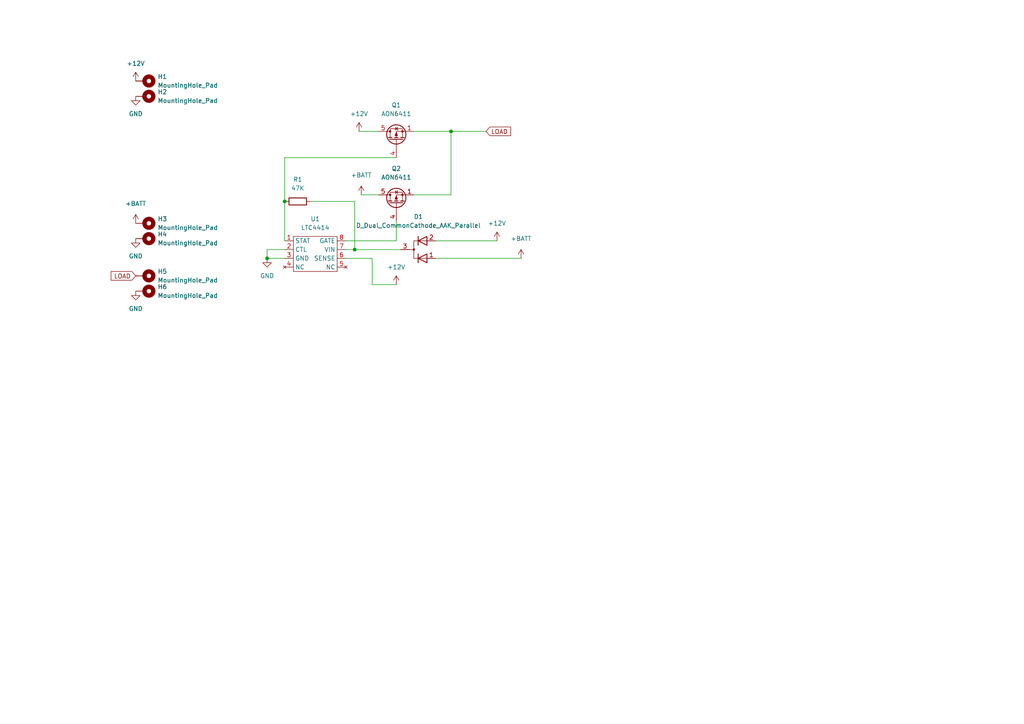
<source format=kicad_sch>
(kicad_sch (version 20211123) (generator eeschema)
  (paper "A4")
  (lib_symbols
    (symbol "01-rickbassham:LTC4414"
      (property "Reference" "U" (at 0 0 0))
      (property "Value" "LTC4414" (at 0 0 0))
      (symbol "LTC4414_0_1"
        (rectangle (start -6.35 -2.54) (end 6.35 -12.7))
      )
      (symbol "LTC4414_1_1"
        (pin input line (at -8.89 -3.81 0) (length 2.54) (name "STAT") (number "1"))
        (pin input line (at -8.89 -6.35 0) (length 2.54) (name "CTL") (number "2"))
        (pin input line (at -8.89 -8.89 0) (length 2.54) (name "GND") (number "3"))
        (pin no_connect line (at -8.89 -11.43 0) (length 2.54) (name "NC") (number "4"))
        (pin no_connect line (at 8.89 -11.43 180) (length 2.54) (name "NC") (number "5"))
        (pin input line (at 8.89 -8.89 180) (length 2.54) (name "SENSE") (number "6"))
        (pin input line (at 8.89 -6.35 180) (length 2.54) (name "VIN") (number "7"))
        (pin input line (at 8.89 -3.81 180) (length 2.54) (name "GATE") (number "8"))
      )
    )
    (symbol "Device:D_Dual_CommonCathode_AAK_Parallel" (pin_names (offset 0.762) hide)
      (property "Reference" "D" (at 0 5.08 0))
      (property "Value" "D_Dual_CommonCathode_AAK_Parallel" (at 0 -5.08 0))
      (symbol "D_Dual_CommonCathode_AAK_Parallel_0_0"
        (polyline (pts (xy 0 -1.27) (xy 0 -3.81)) (stroke (width 0.254)))
        (polyline (pts (xy 0 1.27) (xy 0 3.81)) (stroke (width 0.254)))
      )
      (symbol "D_Dual_CommonCathode_AAK_Parallel_0_1"
        (polyline (pts (xy 1.27 0) (xy 2.54 0)))
        (polyline (pts (xy -2.54 -2.54) (xy 1.27 -2.54) (xy 1.27 2.54) (xy -2.54 2.54)))
        (polyline (pts (xy -2.54 -1.27) (xy 0 -2.54) (xy -2.54 -3.81) (xy -2.54 -1.27) (xy -2.54 -1.27) (xy -2.54 -1.27)) (stroke (width 0.254)))
        (polyline (pts (xy -2.54 3.81) (xy 0 2.54) (xy -2.54 1.27) (xy -2.54 3.81) (xy -2.54 3.81) (xy -2.54 3.81)) (stroke (width 0.254)))
        (circle (center 1.27 0) (radius 0.254) (fill (type outline)))
        (pin passive line (at -5.08 2.54 0) (length 2.54) (name "K") (number "1"))
        (pin passive line (at -5.08 -2.54 0) (length 2.54) (name "K") (number "2"))
        (pin passive line (at 5.08 0 180) (length 2.54) (name "A") (number "3"))
      )
    )
    (symbol "Device:R" (pin_numbers hide) (pin_names (offset 0))
      (property "Reference" "R" (at 2.032 0 90))
      (property "Value" "R" (at 0 0 90))
      (symbol "R_0_1"
        (rectangle (start -1.016 -2.54) (end 1.016 2.54) (stroke (width 0.254)))
      )
      (symbol "R_1_1"
        (pin passive line (at 0 3.81 270) (length 1.27) (name "~") (number "1"))
        (pin passive line (at 0 -3.81 90) (length 1.27) (name "~") (number "2"))
      )
    )
    (symbol "Mechanical:MountingHole_Pad" (pin_numbers hide) (pin_names (offset 1.016) hide)
      (property "Reference" "H" (at 0 6.35 0))
      (property "Value" "MountingHole_Pad" (at 0 4.445 0))
      (symbol "MountingHole_Pad_0_1"
        (circle (center 0 1.27) (radius 1.27) (stroke (width 1.27)))
      )
      (symbol "MountingHole_Pad_1_1"
        (pin input line (at 0 -2.54 90) (length 2.54) (name "1") (number "1"))
      )
    )
    (symbol "Transistor_FET:AON6411" (pin_names hide)
      (property "Reference" "Q" (at 5.08 1.905 0))
      (property "Value" "AON6411" (at 5.08 0 0))
      (symbol "AON6411_0_1"
        (polyline (pts (xy 0.254 0) (xy -2.54 0)))
        (polyline (pts (xy 0.254 1.905) (xy 0.254 -1.905)) (stroke (width 0.254)))
        (polyline (pts (xy 0.762 -1.27) (xy 0.762 -2.286)) (stroke (width 0.254)))
        (polyline (pts (xy 0.762 0.508) (xy 0.762 -0.508)) (stroke (width 0.254)))
        (polyline (pts (xy 0.762 2.286) (xy 0.762 1.27)) (stroke (width 0.254)))
        (polyline (pts (xy 2.54 2.54) (xy 2.54 1.778)))
        (polyline (pts (xy 2.54 -2.54) (xy 2.54 0) (xy 0.762 0)))
        (polyline (pts (xy 0.762 1.778) (xy 3.302 1.778) (xy 3.302 -1.778) (xy 0.762 -1.778)))
        (polyline (pts (xy 2.286 0) (xy 1.27 0.381) (xy 1.27 -0.381) (xy 2.286 0)) (fill (type outline)))
        (polyline (pts (xy 2.794 -0.508) (xy 2.921 -0.381) (xy 3.683 -0.381) (xy 3.81 -0.254)))
        (polyline (pts (xy 3.302 -0.381) (xy 2.921 0.254) (xy 3.683 0.254) (xy 3.302 -0.381)))
        (circle (center 1.651 0) (radius 2.794) (stroke (width 0.254)))
        (circle (center 2.54 -1.778) (radius 0.254) (fill (type outline)))
        (circle (center 2.54 1.778) (radius 0.254) (fill (type outline)))
      )
      (symbol "AON6411_1_1"
        (pin passive line (at 2.54 -5.08 90) (length 2.54) (name "S") (number "1"))
        (pin passive line (at 2.54 -5.08 90) (length 2.54) hide (name "S") (number "2"))
        (pin passive line (at 2.54 -5.08 90) (length 2.54) hide (name "S") (number "3"))
        (pin input line (at -5.08 0 0) (length 2.54) (name "G") (number "4"))
        (pin passive line (at 2.54 5.08 270) (length 2.54) (name "D") (number "5"))
      )
    )
    (symbol "power:+12V" (power) (pin_names (offset 0))
      (property "Value" "+12V" (at 0 3.556 0))
      (symbol "+12V_0_1"
        (polyline (pts (xy -0.762 1.27) (xy 0 2.54)))
        (polyline (pts (xy 0 0) (xy 0 2.54)))
        (polyline (pts (xy 0 2.54) (xy 0.762 1.27)))
      )
      (symbol "+12V_1_1"
        (pin power_in line (at 0 0 90) (length 0) hide (name "+12V") (number "1"))
      )
    )
    (symbol "power:+BATT" (power) (pin_names (offset 0))
      (property "Value" "+BATT" (at 0 3.556 0))
      (symbol "+BATT_0_1"
        (polyline (pts (xy -0.762 1.27) (xy 0 2.54)))
        (polyline (pts (xy 0 0) (xy 0 2.54)))
        (polyline (pts (xy 0 2.54) (xy 0.762 1.27)))
      )
      (symbol "+BATT_1_1"
        (pin power_in line (at 0 0 90) (length 0) hide (name "+BATT") (number "1"))
      )
    )
    (symbol "power:GND" (power) (pin_names (offset 0))
      (property "Value" "GND" (at 0 -3.81 0))
      (symbol "GND_0_1"
        (polyline (pts (xy 0 0) (xy 0 -1.27) (xy 1.27 -1.27) (xy 0 -2.54) (xy -1.27 -1.27) (xy 0 -1.27)))
      )
      (symbol "GND_1_1"
        (pin power_in line (at 0 0 270) (length 0) hide (name "GND") (number "1"))
      )
    )
  )
  (junction (at 77.47 74.93))
  (junction (at 82.55 58.42))
  (junction (at 130.81 38.1))
  (junction (at 102.87 72.39))
  (wire (pts (xy 82.55 45.72) (xy 82.55 58.42)))
  (wire (pts (xy 82.55 72.39) (xy 77.47 72.39)))
  (wire (pts (xy 77.47 74.93) (xy 82.55 74.93)))
  (wire (pts (xy 100.33 72.39) (xy 102.87 72.39)))
  (wire (pts (xy 107.95 74.93) (xy 100.33 74.93)))
  (wire (pts (xy 82.55 58.42) (xy 82.55 69.85)))
  (wire (pts (xy 130.81 56.515) (xy 130.81 38.1)))
  (wire (pts (xy 126.365 69.85) (xy 144.145 69.85)))
  (wire (pts (xy 126.365 74.93) (xy 151.13 74.93)))
  (wire (pts (xy 100.33 69.85) (xy 114.935 69.85)))
  (wire (pts (xy 102.87 58.42) (xy 102.87 72.39)))
  (wire (pts (xy 104.14 38.1) (xy 109.855 38.1)))
  (wire (pts (xy 107.95 82.55) (xy 114.935 82.55)))
  (wire (pts (xy 107.95 74.93) (xy 107.95 82.55)))
  (wire (pts (xy 120.015 56.515) (xy 130.81 56.515)))
  (wire (pts (xy 114.935 45.72) (xy 82.55 45.72)))
  (wire (pts (xy 114.935 69.85) (xy 114.935 64.135)))
  (wire (pts (xy 104.775 56.515) (xy 109.855 56.515)))
  (wire (pts (xy 120.015 38.1) (xy 130.81 38.1)))
  (wire (pts (xy 130.81 38.1) (xy 140.97 38.1)))
  (wire (pts (xy 77.47 72.39) (xy 77.47 74.93)))
  (wire (pts (xy 90.17 58.42) (xy 102.87 58.42)))
  (wire (pts (xy 102.87 72.39) (xy 116.205 72.39)))
  (global_label "LOAD" (shape input) (at 39.37 80.01 180) (property "Intersheet References" "${INTERSHEET_REFS}" (effects hide)))
  (global_label "LOAD" (shape input) (at 140.97 38.1 0) (property "Intersheet References" "${INTERSHEET_REFS}" (effects hide)))
  (symbol (lib_id "Mechanical:MountingHole_Pad") (at 41.91 23.495 270) (unit 1)
    (property "Reference" "H1" (at 45.72 22.2249 90) (effects (justify left)))
    (property "Value" "MountingHole_Pad" (at 45.72 24.7649 90) (effects (justify left)))
    (property "Footprint" "MountingHole:MountingHole_3.2mm_M3_DIN965_Pad" (effects hide))
  )
  (symbol (lib_id "power:GND") (at 39.37 69.215 0) (unit 1)
    (property "Reference" "#PWR0102" (effects hide))
    (property "Value" "GND" (at 39.37 74.295 0))
  )
  (symbol (lib_id "power:+12V") (at 104.14 38.1 0) (unit 1)
    (property "Reference" "#PWR01" (effects hide))
    (property "Value" "+12V" (at 104.14 33.02 0))
  )
  (symbol (lib_id "Mechanical:MountingHole_Pad") (at 41.91 64.77 270) (unit 1)
    (property "Reference" "H3" (at 45.72 63.4999 90) (effects (justify left)))
    (property "Value" "MountingHole_Pad" (at 45.72 66.0399 90) (effects (justify left)))
    (property "Footprint" "MountingHole:MountingHole_3.2mm_M3_DIN965_Pad" (effects hide))
  )
  (symbol (lib_id "power:+12V") (at 144.145 69.85 0) (unit 1)
    (property "Reference" "#PWR03" (effects hide))
    (property "Value" "+12V" (at 144.145 64.77 0))
  )
  (symbol (lib_id "Mechanical:MountingHole_Pad") (at 41.91 27.94 270) (unit 1)
    (property "Reference" "H2" (at 45.72 26.6699 90) (effects (justify left)))
    (property "Value" "MountingHole_Pad" (at 45.72 29.2099 90) (effects (justify left)))
    (property "Footprint" "MountingHole:MountingHole_3.2mm_M3_DIN965_Pad" (effects hide))
  )
  (symbol (lib_id "power:GND") (at 39.37 84.455 0) (unit 1)
    (property "Reference" "#PWR0101" (effects hide))
    (property "Value" "GND" (at 39.37 89.535 0))
  )
  (symbol (lib_id "Device:D_Dual_CommonCathode_AAK_Parallel") (at 121.285 72.39 180) (unit 1)
    (property "Reference" "D1" (at 121.3485 62.865 0))
    (property "Value" "D_Dual_CommonCathode_AAK_Parallel" (at 121.3485 65.405 0))
    (property "Footprint" "Package_TO_SOT_SMD:SOT-23" (effects hide))
    (property "LCSC" "C2894716" (effects hide))
  )
  (symbol (lib_id "power:GND") (at 39.37 27.94 0) (unit 1)
    (property "Reference" "#PWR0103" (effects hide))
    (property "Value" "GND" (at 39.37 33.02 0))
  )
  (symbol (lib_id "power:+12V") (at 114.935 82.55 0) (unit 1)
    (property "Reference" "#PWR06" (effects hide))
    (property "Value" "+12V" (at 114.935 77.47 0))
  )
  (symbol (lib_id "power:+BATT") (at 39.37 64.77 0) (unit 1)
    (property "Reference" "#PWR0104" (effects hide))
    (property "Value" "+BATT" (at 39.37 59.055 0))
  )
  (symbol (lib_id "Device:R") (at 86.36 58.42 90) (unit 1)
    (property "Reference" "R1" (at 86.36 52.07 90))
    (property "Value" "47K" (at 86.36 54.61 90))
    (property "Footprint" "Resistor_SMD:R_0402_1005Metric" (effects hide))
    (property "LCSC" "C144757" (effects hide))
  )
  (symbol (lib_id "power:+12V") (at 39.37 23.495 0) (unit 1)
    (property "Reference" "#PWR0105" (effects hide))
    (property "Value" "+12V" (at 39.37 18.415 0))
  )
  (symbol (lib_id "Transistor_FET:AON6411") (at 114.935 59.055 90) (unit 1)
    (property "Reference" "Q2" (at 114.935 48.895 90))
    (property "Value" "AON6411" (at 114.935 51.435 90))
    (property "Footprint" "Package_DFN_QFN:AO_DFN-8-1EP_5.55x5.2mm_P1.27mm_EP4.12x4.6mm" (effects hide))
    (property "Datasheet" "http://www.aosmd.com/res/data_sheets/AON6411.pdf" (effects hide))
    (property "LCSC" "C81007" (effects hide))
  )
  (symbol (lib_id "power:+BATT") (at 104.775 56.515 0) (unit 1)
    (property "Reference" "#PWR02" (effects hide))
    (property "Value" "+BATT" (at 104.775 50.8 0))
  )
  (symbol (lib_id "Mechanical:MountingHole_Pad") (at 41.91 69.215 270) (unit 1)
    (property "Reference" "H4" (at 45.72 67.9449 90) (effects (justify left)))
    (property "Value" "MountingHole_Pad" (at 45.72 70.4849 90) (effects (justify left)))
    (property "Footprint" "MountingHole:MountingHole_3.2mm_M3_DIN965_Pad" (effects hide))
  )
  (symbol (lib_id "01-rickbassham:LTC4414") (at 91.44 66.04 0) (unit 1)
    (property "Reference" "U1" (at 91.44 63.5 0))
    (property "Value" "LTC4414" (at 91.44 66.04 0))
    (property "Footprint" "Package_SO:MSOP-8_3x3mm_P0.65mm" (effects hide))
    (property "LCSC" "C580900" (effects hide))
  )
  (symbol (lib_id "power:GND") (at 77.47 74.93 0) (unit 1)
    (property "Reference" "#PWR04" (effects hide))
    (property "Value" "GND" (at 77.47 80.01 0))
  )
  (symbol (lib_id "Mechanical:MountingHole_Pad") (at 41.91 84.455 270) (unit 1)
    (property "Reference" "H6" (at 45.72 83.1849 90) (effects (justify left)))
    (property "Value" "MountingHole_Pad" (at 45.72 85.7249 90) (effects (justify left)))
    (property "Footprint" "MountingHole:MountingHole_3.2mm_M3_DIN965_Pad" (effects hide))
  )
  (symbol (lib_id "Mechanical:MountingHole_Pad") (at 41.91 80.01 270) (unit 1)
    (property "Reference" "H5" (at 45.72 78.7399 90) (effects (justify left)))
    (property "Value" "MountingHole_Pad" (at 45.72 81.2799 90) (effects (justify left)))
    (property "Footprint" "MountingHole:MountingHole_3.2mm_M3_DIN965_Pad" (effects hide))
  )
  (symbol (lib_id "power:+BATT") (at 151.13 74.93 0) (unit 1)
    (property "Reference" "#PWR05" (effects hide))
    (property "Value" "+BATT" (at 151.13 69.215 0))
  )
  (symbol (lib_id "Transistor_FET:AON6411") (at 114.935 40.64 90) (unit 1)
    (property "Reference" "Q1" (at 114.935 30.48 90))
    (property "Value" "AON6411" (at 114.935 33.02 90))
    (property "Footprint" "Package_DFN_QFN:AO_DFN-8-1EP_5.55x5.2mm_P1.27mm_EP4.12x4.6mm" (effects hide))
    (property "Datasheet" "http://www.aosmd.com/res/data_sheets/AON6411.pdf" (effects hide))
    (property "LCSC" "C81007" (effects hide))
  )
)
</source>
